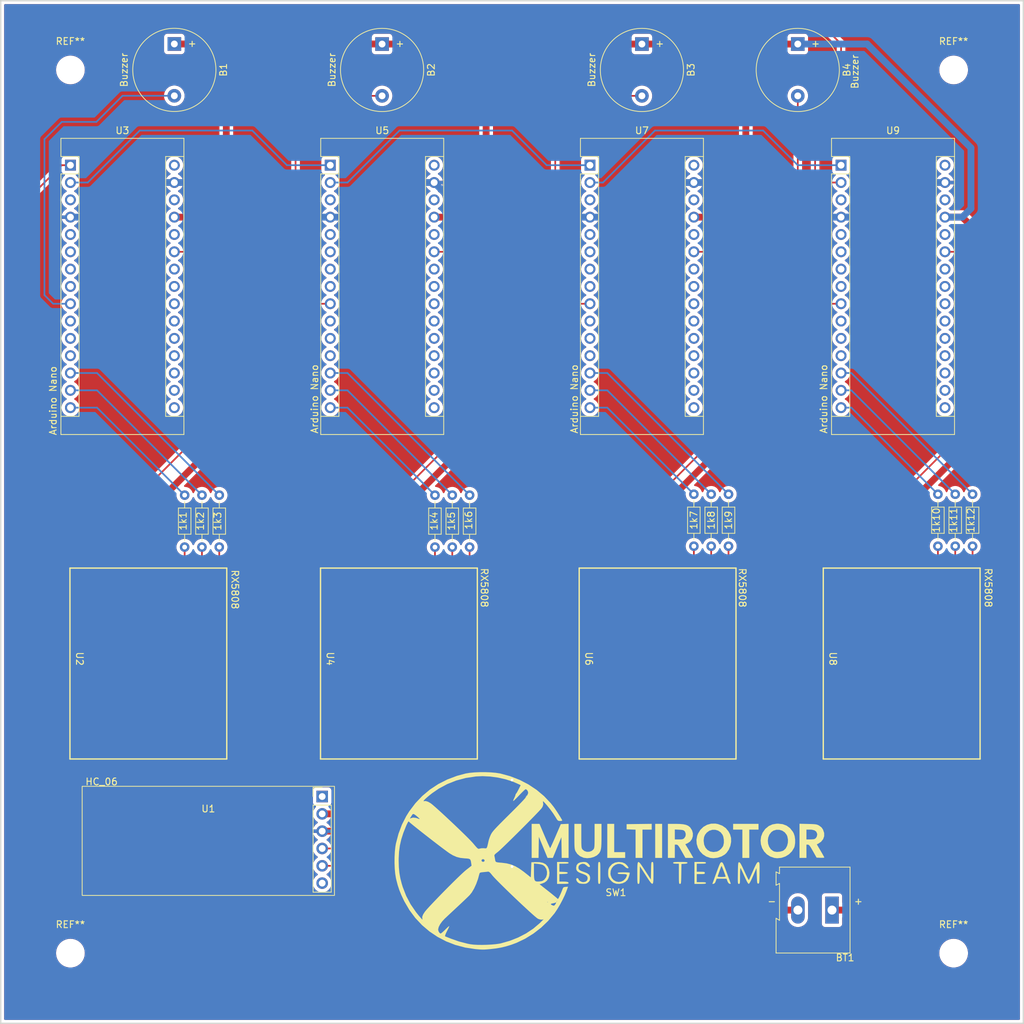
<source format=kicad_pcb>
(kicad_pcb (version 20211014) (generator pcbnew)
  (title_block (title "PIDFlight Remix") (rev "1.0") (company "Multirotor") (comment 1 "Buneta"))
  (layers (0 "F.Cu" signal) (31 "B.Cu" signal) (34 "B.Paste" user) (35 "F.Paste" user) (36 "B.SilkS" user "B.Silkscreen") (37 "F.SilkS" user "F.Silkscreen") (38 "B.Mask" user) (39 "F.Mask" user) (44 "Edge.Cuts" user))
  (net 0 "")
  (net 1 "Net-(1k1-Pad1)")
  (net 2 "Net-(1k1-Pad2)")
  (net 3 "Net-(1k2-Pad1)")
  (net 4 "Net-(1k2-Pad2)")
  (net 5 "Net-(1k3-Pad1)")
  (net 6 "Net-(1k3-Pad2)")
  (net 7 "Net-(1k4-Pad1)")
  (net 8 "Net-(1k4-Pad2)")
  (net 9 "Net-(1k5-Pad1)")
  (net 10 "Net-(1k5-Pad2)")
  (net 11 "Net-(1k6-Pad1)")
  (net 12 "Net-(1k6-Pad2)")
  (net 13 "Net-(1k7-Pad1)")
  (net 14 "Net-(1k7-Pad2)")
  (net 15 "Net-(1k8-Pad1)")
  (net 16 "Net-(1k8-Pad2)")
  (net 17 "Net-(1k9-Pad1)")
  (net 18 "Net-(1k9-Pad2)")
  (net 19 "Net-(1k10-Pad1)")
  (net 20 "Net-(1k10-Pad2)")
  (net 21 "Net-(1k11-Pad1)")
  (net 22 "Net-(1k11-Pad2)")
  (net 23 "Net-(1k12-Pad1)")
  (net 24 "Net-(1k12-Pad2)")
  (net 25 "+5V")
  (net 26 "Net-(B1-Pad2)")
  (net 27 "Net-(B2-Pad2)")
  (net 28 "Net-(B3-Pad2)")
  (net 29 "Net-(B4-Pad2)")
  (net 30 "Net-(U3-Pad2)")
  (net 52 "GND")
  (net 54 "Net-(U5-Pad2)")
  (net 76 "Net-(U7-Pad2)")
  (net 78 "Net-(U2-Pad4)")
  (net 123 "Net-(U4-Pad4)")
  (net 128 "Net-(U6-Pad4)")
  (net 133 "Net-(U8-Pad4)")
  (net 139 "Net-(U1-Pad4)")
  (net 140 "Net-(U1-Pad5)")
  (net 142 "Net-(BT1-Pad2)")
  (footprint "TerminalBlock:TerminalBlock_Altech_AK300-2_P5.00mm" (layer "F.Cu") (at 141.164 153.4485 180)
    (fp_text reference "BT1")
    (fp_text value "Battery")
  )
  (footprint "MountingHole:MountingHole_3.2mm_M3" (layer "F.Cu") (at 159.004 159.766)
    (fp_text reference "REF**")
    (fp_text value "MountingHole_3.2mm_M3")
  )
  (footprint "Module:Arduino_Nano" (layer "F.Cu") (at 142.494 44.196)
    (fp_text reference "U9")
    (fp_text value "Arduino_Nano_v3.x")
  )
  (footprint "Resistor_THT:R_Axial_DIN0204_L3.6mm_D1.6mm_P7.62mm_Horizontal" (layer "F.Cu") (at 48.758496 92.588363 -90)
    (fp_text reference "1k2")
    (fp_text value "R2")
  )
  (footprint "Module:Arduino_Nano" (layer "F.Cu") (at 67.574 44.196)
    (fp_text reference "U5")
    (fp_text value "Arduino_Nano_v3.x")
  )
  (footprint "ArduinoNanoV3 - Copy:SMD Solder Pads" (layer "F.Cu") (at 109.474 153.416)
    (fp_text reference "SW1")
    (fp_text value "SW_SPST")
  )
  (footprint "Resistor_THT:R_Axial_DIN0204_L3.6mm_D1.6mm_P7.62mm_Horizontal" (layer "F.Cu") (at 82.930141 92.590994 -90)
    (fp_text reference "1k4")
    (fp_text value "R4")
  )
  (footprint "RX5808 Footprint:RX5808" (layer "F.Cu") (at 110.584 116.586 -90)
    (fp_text reference "U6")
    (fp_text value "RX5808")
  )
  (footprint "Buzzer_Beeper:Buzzer_12x9.5RM7.6" (layer "F.Cu") (at 136.144 26.426 -90)
    (fp_text reference "B4")
    (fp_text value "Buzzer")
  )
  (footprint "Buzzer_Beeper:Buzzer_12x9.5RM7.6" (layer "F.Cu") (at 113.284 26.426 -90)
    (fp_text reference "B3")
    (fp_text value "Buzzer")
  )
  (footprint "Resistor_THT:R_Axial_DIN0204_L3.6mm_D1.6mm_P7.62mm_Horizontal" (layer "F.Cu") (at 161.77863 92.456 -90)
    (fp_text reference "1k12")
    (fp_text value "R12")
  )
  (footprint "Resistor_THT:R_Axial_DIN0204_L3.6mm_D1.6mm_P7.62mm_Horizontal" (layer "F.Cu") (at 159.23863 92.456 -90)
    (fp_text reference "1k11")
    (fp_text value "R11")
  )
  (footprint "MountingHole:MountingHole_3.2mm_M3" (layer "F.Cu") (at 29.464 30.226)
    (fp_text reference "REF**")
    (fp_text value "MountingHole_3.2mm_M3")
  )
  (footprint "Resistor_THT:R_Axial_DIN0204_L3.6mm_D1.6mm_P7.62mm_Horizontal" (layer "F.Cu") (at 123.444 92.456 -90)
    (fp_text reference "1k8")
    (fp_text value "R8")
  )
  (footprint "Module:Arduino_Nano" (layer "F.Cu") (at 105.664 44.196)
    (fp_text reference "U7")
    (fp_text value "Arduino_Nano_v3.x")
  )
  (footprint "Resistor_THT:R_Axial_DIN0204_L3.6mm_D1.6mm_P7.62mm_Horizontal" (layer "F.Cu") (at 46.218496 92.588363 -90)
    (fp_text reference "1k1")
    (fp_text value "R1")
  )
  (footprint "MountingHole:MountingHole_3.2mm_M3" (layer "F.Cu") (at 29.464 159.766)
    (fp_text reference "REF**")
    (fp_text value "MountingHole_3.2mm_M3")
  )
  (footprint "RX5808 Footprint:RX5808" (layer "F.Cu") (at 35.894 116.586 -90)
    (fp_text reference "U2")
    (fp_text value "RX5808")
  )
  (footprint "Resistor_THT:R_Axial_DIN0204_L3.6mm_D1.6mm_P7.62mm_Horizontal" (layer "F.Cu") (at 120.904 92.456 -90)
    (fp_text reference "1k7")
    (fp_text value "R7")
  )
  (footprint "HC_06:HC_06 Bluetooth Module" (layer "F.Cu") (at 68.189 151.2935)
    (fp_text reference "U1")
    (fp_text value "HC_06")
  )
  (footprint "Module:Arduino_Nano" (layer "F.Cu") (at 29.464 44.196)
    (fp_text reference "U3")
    (fp_text value "Arduino_Nano_v3.x")
  )
  (footprint "Resistor_THT:R_Axial_DIN0204_L3.6mm_D1.6mm_P7.62mm_Horizontal" (layer "F.Cu") (at 156.69863 92.456 -90)
    (fp_text reference "1k10")
    (fp_text value "R10")
  )
  (footprint "Resistor_THT:R_Axial_DIN0204_L3.6mm_D1.6mm_P7.62mm_Horizontal" (layer "F.Cu") (at 51.298496 92.588363 -90)
    (fp_text reference "1k3")
    (fp_text value "R3")
  )
  (footprint "RX5808 Footprint:RX5808" (layer "F.Cu") (at 146.384 116.586 -90)
    (fp_text reference "U8")
    (fp_text value "RX5808")
  )
  (footprint "Buzzer_Beeper:Buzzer_12x9.5RM7.6" (layer "F.Cu") (at 44.704 26.416 -90)
    (fp_text reference "B1")
    (fp_text value "Buzzer")
  )
  (footprint "Resistor_THT:R_Axial_DIN0204_L3.6mm_D1.6mm_P7.62mm_Horizontal" (layer "F.Cu") (at 88.010141 92.590994 -90)
    (fp_text reference "1k6")
    (fp_text value "R6")
  )
  (footprint "Resistor_THT:R_Axial_DIN0204_L3.6mm_D1.6mm_P7.62mm_Horizontal" (layer "F.Cu") (at 125.984 92.456 -90)
    (fp_text reference "1k9")
    (fp_text value "R9")
  )
  (footprint "MultiRotorLogo:multirotorwordsfootprint" (layer "F.Cu") (at 108.458 146.304)
    (fp_text reference "G" hide)
    (fp_text value "LOGO" hide)
  )
  (footprint "RX5808 Footprint:RX5808" (layer "F.Cu") (at 72.644 116.586 -90)
    (fp_text reference "U4")
    (fp_text value "RX5808")
  )
  (footprint "MountingHole:MountingHole_3.2mm_M3" (layer "F.Cu") (at 159.004 30.226)
    (fp_text reference "REF**")
    (fp_text value "MountingHole_3.2mm_M3")
  )
  (footprint "Resistor_THT:R_Axial_DIN0204_L3.6mm_D1.6mm_P7.62mm_Horizontal" (layer "F.Cu") (at 85.470141 92.590994 -90)
    (fp_text reference "1k5")
    (fp_text value "R5")
  )
  (footprint "Buzzer_Beeper:Buzzer_12x9.5RM7.6" (layer "F.Cu") (at 75.175147 26.426 -90)
    (fp_text reference "B2")
    (fp_text value "Buzzer")
  )
  (gr_rect (start 19.234 20.066) (end 169.234 170.066) (layer "Edge.Cuts") (width 0.2) (fill none))
  (gr_text "RX5808" (at 164.084 106.172 270) (layer "F.SilkS") (effects (font (size 1 1))))
  (gr_text "+" (at 145.034 152.146) (layer "F.SilkS") (effects (font (size 1 1))))
  (gr_text "RX5808" (at 53.594 106.426 270) (layer "F.SilkS") (effects (font (size 1 1))))
  (gr_text "Buzzer" (at 105.918 30.226 90) (layer "F.SilkS") (effects (font (size 1 1))))
  (gr_text "HC_06" (at 34.036 134.62) (layer "F.SilkS") (effects (font (size 1 1))))
  (gr_text "Buzzer" (at 144.526 30.48 90) (layer "F.SilkS") (effects (font (size 1 1))))
  (gr_text "Arduino Nano" (at 103.378 78.486 90) (layer "F.SilkS") (effects (font (size 1 1))))
  (gr_text "-" (at 132.334 152.146) (layer "F.SilkS") (effects (font (size 1 1))))
  (gr_text "Arduino Nano" (at 65.278 78.486 90) (layer "F.SilkS") (effects (font (size 1 1))))
  (gr_text "RX5808" (at 90.17 106.172 270) (layer "F.SilkS") (effects (font (size 1 1))))
  (gr_text "Arduino Nano" (at 139.954 78.486 90) (layer "F.SilkS") (effects (font (size 1 1))))
  (gr_text "Buzzer" (at 37.338 30.226 90) (layer "F.SilkS") (effects (font (size 1 1))))
  (gr_text "Buzzer" (at 67.818 30.226 90) (layer "F.SilkS") (effects (font (size 1 1))))
  (gr_text "Arduino Nano" (at 26.924 78.74 90) (layer "F.SilkS") (effects (font (size 1 1))))
  (gr_text "RX5808" (at 128.016 106.172 270) (layer "F.SilkS") (effects (font (size 1 1))))
  (segment (start 33.364152 79.756) (end 46.199146 92.590994) (width 0.25) (layer "B.Cu") (net 1))
  (segment (start 29.464 79.756) (end 33.364152 79.756) (width 0.25) (layer "B.Cu") (net 1))
  (segment (start 46.214 100.208363) (end 46.214 103.886) (width 0.25) (layer "F.Cu") (net 2))
  (segment (start 29.464 77.216) (end 33.364152 77.216) (width 0.25) (layer "B.Cu") (net 3))
  (segment (start 33.364152 77.216) (end 48.739146 92.590994) (width 0.25) (layer "B.Cu") (net 3))
  (segment (start 48.754 100.208363) (end 48.754 103.886) (width 0.25) (layer "F.Cu") (net 4))
  (segment (start 29.464 74.676) (end 33.364152 74.676) (width 0.25) (layer "B.Cu") (net 5))
  (segment (start 33.364152 74.676) (end 51.279146 92.590994) (width 0.25) (layer "B.Cu") (net 5))
  (segment (start 51.294 100.208363) (end 51.294 103.886) (width 0.25) (layer "F.Cu") (net 6))
  (segment (start 67.574 79.756) (end 70.095147 79.756) (width 0.25) (layer "B.Cu") (net 7))
  (segment (start 70.095147 79.756) (end 82.930141 92.590994) (width 0.25) (layer "B.Cu") (net 7))
  (segment (start 82.930141 103.852141) (end 82.964 103.886) (width 0.25) (layer "F.Cu") (net 8))
  (segment (start 82.930141 100.210994) (end 82.930141 103.852141) (width 0.25) (layer "F.Cu") (net 8))
  (segment (start 70.095147 77.216) (end 85.470141 92.590994) (width 0.25) (layer "B.Cu") (net 9))
  (segment (start 67.574 77.216) (end 70.095147 77.216) (width 0.25) (layer "B.Cu") (net 9))
  (segment (start 85.470141 100.210994) (end 85.470141 103.852141) (width 0.25) (layer "F.Cu") (net 10))
  (segment (start 85.470141 103.852141) (end 85.504 103.886) (width 0.25) (layer "F.Cu") (net 10))
  (segment (start 70.095147 74.676) (end 88.010141 92.590994) (width 0.25) (layer "B.Cu") (net 11))
  (segment (start 67.574 74.676) (end 70.095147 74.676) (width 0.25) (layer "B.Cu") (net 11))
  (segment (start 88.010141 103.852141) (end 88.044 103.886) (width 0.25) (layer "F.Cu") (net 12))
  (segment (start 88.010141 100.210994) (end 88.010141 103.852141) (width 0.25) (layer "F.Cu") (net 12))
  (segment (start 108.204 79.756) (end 120.904 92.456) (width 0.25) (layer "B.Cu") (net 13))
  (segment (start 105.664 79.756) (end 108.204 79.756) (width 0.25) (layer "B.Cu") (net 13))
  (segment (start 120.904 100.076) (end 120.904 103.886) (width 0.25) (layer "F.Cu") (net 14))
  (segment (start 108.204 77.216) (end 123.444 92.456) (width 0.25) (layer "B.Cu") (net 15))
  (segment (start 105.664 77.216) (end 108.204 77.216) (width 0.25) (layer "B.Cu") (net 15))
  (segment (start 123.444 100.076) (end 123.444 103.886) (width 0.25) (layer "F.Cu") (net 16))
  (segment (start 108.204 74.676) (end 125.984 92.456) (width 0.25) (layer "B.Cu") (net 17))
  (segment (start 105.664 74.676) (end 108.204 74.676) (width 0.25) (layer "B.Cu") (net 17))
  (segment (start 125.984 100.076) (end 125.984 103.886) (width 0.25) (layer "F.Cu") (net 18))
  (segment (start 143.99863 79.756) (end 156.69863 92.456) (width 0.25) (layer "B.Cu") (net 19))
  (segment (start 142.494 79.756) (end 143.99863 79.756) (width 0.25) (layer "B.Cu") (net 19))
  (segment (start 156.69863 103.88063) (end 156.69863 100.076) (width 0.25) (layer "F.Cu") (net 20))
  (segment (start 156.704 103.886) (end 156.69863 103.88063) (width 0.25) (layer "F.Cu") (net 20))
  (segment (start 143.99863 77.216) (end 159.23863 92.456) (width 0.25) (layer "B.Cu") (net 21))
  (segment (start 142.494 77.216) (end 143.99863 77.216) (width 0.25) (layer "B.Cu") (net 21))
  (segment (start 159.23863 100.076) (end 159.23863 103.88063) (width 0.25) (layer "F.Cu") (net 22))
  (segment (start 159.23863 103.88063) (end 159.244 103.886) (width 0.25) (layer "F.Cu") (net 22))
  (segment (start 142.494 74.676) (end 143.99863 74.676) (width 0.25) (layer "B.Cu") (net 23))
  (segment (start 143.99863 74.676) (end 161.77863 92.456) (width 0.25) (layer "B.Cu") (net 23))
  (segment (start 161.77863 103.88063) (end 161.784 103.886) (width 0.25) (layer "F.Cu") (net 24))
  (segment (start 161.77863 100.076) (end 161.77863 103.88063) (width 0.25) (layer "F.Cu") (net 24))
  (segment (start 166.624 79.756) (end 166.624 84.582) (width 1) (layer "F.Cu") (net 25))
  (segment (start 52.324 27.432) (end 51.308 26.416) (width 1) (layer "F.Cu") (net 25))
  (segment (start 130.038 26.426) (end 136.144 26.426) (width 1) (layer "F.Cu") (net 25))
  (segment (start 155.194 153.416) (end 165.354 153.416) (width 1) (layer "F.Cu") (net 25))
  (segment (start 77.884 94.836) (end 90.434 82.286) (width 1) (layer "F.Cu") (net 25))
  (segment (start 155.1615 153.4485) (end 155.194 153.416) (width 1) (layer "F.Cu") (net 25))
  (segment (start 166.624 152.146) (end 166.624 150.876) (width 1) (layer "F.Cu") (net 25))
  (segment (start 52.324 27.432) (end 53.34 26.416) (width 1) (layer "F.Cu") (net 25))
  (segment (start 129.784 26.426) (end 130.038 26.426) (width 1) (layer "F.Cu") (net 25))
  (segment (start 75.175147 26.426) (end 89.164 26.426) (width 1) (layer "F.Cu") (net 25))
  (segment (start 82.814 51.816) (end 89.408 51.816) (width 1) (layer "F.Cu") (net 25))
  (segment (start 128.524 82.056) (end 128.524 79.756) (width 1) (layer "F.Cu") (net 25))
  (segment (start 52.324 27.686) (end 52.324 26.416) (width 1) (layer "F.Cu") (net 25))
  (segment (start 127.508 51.816) (end 128.524 51.816) (width 1) (layer "F.Cu") (net 25))
  (segment (start 52.324 50.546) (end 52.324 27.686) (width 1) (layer "F.Cu") (net 25))
  (segment (start 166.624 150.114) (end 165.862 149.352) (width 1) (layer "F.Cu") (net 25))
  (segment (start 89.408 51.816) (end 90.424 51.816) (width 1) (layer "F.Cu") (net 25))
  (segment (start 151.624 94.756) (end 160.274 86.106) (width 1) (layer "F.Cu") (net 25))
  (segment (start 166.624 84.836) (end 166.624 84.582) (width 1) (layer "F.Cu") (net 25))
  (segment (start 90.434 52.842) (end 90.434 51.806) (width 1) (layer "F.Cu") (net 25))
  (segment (start 52.324 83.566) (end 52.324 53.086) (width 1) (layer "F.Cu") (net 25))
  (segment (start 166.624 150.876) (end 166.624 150.114) (width 1) (layer "F.Cu") (net 25))
  (segment (start 151.624 103.886) (end 151.624 94.756) (width 1) (layer "F.Cu") (net 25))
  (segment (start 115.824 103.886) (end 115.824 94.756) (width 1) (layer "F.Cu") (net 25))
  (segment (start 165.354 149.606) (end 166.624 148.336) (width 1) (layer "F.Cu") (net 25))
  (segment (start 127.508 51.816) (end 128.524 52.832) (width 1) (layer "F.Cu") (net 25))
  (segment (start 90.434 27.442) (end 90.434 26.426) (width 1) (layer "F.Cu") (net 25))
  (segment (start 166.37 87.122) (end 166.624 87.122) (width 1) (layer "F.Cu") (net 25))
  (segment (start 90.434 50.536) (end 90.434 27.442) (width 1) (layer "F.Cu") (net 25))
  (segment (start 89.164 26.426) (end 90.434 26.426) (width 1) (layer "F.Cu") (net 25))
  (segment (start 165.354 86.106) (end 166.624 84.836) (width 1) (layer "F.Cu") (net 25))
  (segment (start 52.324 27.686) (end 52.324 27.432) (width 1) (layer "F.Cu") (net 25))
  (segment (start 51.308 51.816) (end 52.324 52.832) (width 1) (layer "F.Cu") (net 25))
  (segment (start 77.884 103.886) (end 77.884 94.836) (width 1) (layer "F.Cu") (net 25))
  (segment (start 51.308 51.816) (end 52.324 51.816) (width 1) (layer "F.Cu") (net 25))
  (segment (start 160.274 51.816) (end 166.624 58.166) (width 1) (layer "F.Cu") (net 25))
  (segment (start 141.164 153.4485) (end 155.1615 153.4485) (width 1) (layer "F.Cu") (net 25))
  (segment (start 90.434 26.426) (end 91.684 26.426) (width 1) (layer "F.Cu") (net 25))
  (segment (start 165.354 149.606) (end 155.0815 139.3335) (width 1) (layer "F.Cu") (net 25))
  (segment (start 127.508 51.816) (end 128.524 50.8) (width 1) (layer "F.Cu") (net 25))
  (segment (start 155.0815 139.3335) (end 153.8115 139.3335) (width 1) (layer "F.Cu") (net 25))
  (segment (start 128.524 53.086) (end 128.524 51.816) (width 1) (layer "F.Cu") (net 25))
  (segment (start 166.624 150.876) (end 165.354 149.606) (width 1) (layer "F.Cu") (net 25))
  (segment (start 166.624 150.876) (end 166.624 149.352) (width 1) (layer "F.Cu") (net 25))
  (segment (start 89.408 51.816) (end 89.408 51.562) (width 1) (layer "F.Cu") (net 25))
  (segment (start 166.624 149.352) (end 166.116 148.844) (width 1) (layer "F.Cu") (net 25))
  (segment (start 113.284 26.426) (end 127.01 26.426) (width 1) (layer "F.Cu") (net 25))
  (segment (start 90.434 27.442) (end 90.18 27.442) (width 1) (layer "F.Cu") (net 25))
  (segment (start 91.684 26.426) (end 113.284 26.426) (width 1) (layer "F.Cu") (net 25))
  (segment (start 89.408 51.816) (end 90.434 52.842) (width 1) (layer "F.Cu") (net 25))
  (segment (start 91.45 26.426) (end 91.684 26.426) (width 1) (layer "F.Cu") (net 25))
  (segment (start 165.354 86.106) (end 166.624 86.106) (width 1) (layer "F.Cu") (net 25))
  (segment (start 128.524 50.292) (end 128.524 27.686) (width 1) (layer "F.Cu") (net 25))
  (segment (start 127.264 26.426) (end 127.01 26.426) (width 1) (layer "F.Cu") (net 25))
  (segment (start 115.824 94.756) (end 128.524 82.056) (width 1) (layer "F.Cu") (net 25))
  (segment (start 120.904 51.816) (end 127.508 51.816) (width 1) (layer "F.Cu") (net 25))
  (segment (start 160.274 86.106) (end 165.354 86.106) (width 1) (layer "F.Cu") (net 25))
  (segment (start 90.424 51.816) (end 90.434 51.806) (width 0.25) (layer "F.Cu") (net 25))
  (segment (start 128.524 27.686) (end 129.784 26.426) (width 1) (layer "F.Cu") (net 25))
  (segment (start 90.434 51.806) (end 90.434 50.536) (width 1) (layer "F.Cu") (net 25))
  (segment (start 128.524 51.816) (end 128.524 50.292) (width 1) (layer "F.Cu") (net 25))
  (segment (start 44.704 51.816) (end 51.308 51.816) (width 1) (layer "F.Cu") (net 25))
  (segment (start 166.624 84.582) (end 166.624 86.106) (width 1) (layer "F.Cu") (net 25))
  (segment (start 75.175147 26.426) (end 75.165147 26.416) (width 0.25) (layer "F.Cu") (net 25))
  (segment (start 90.434 27.442) (end 91.45 26.426) (width 1) (layer "F.Cu") (net 25))
  (segment (start 128.524 27.686) (end 127.264 26.426) (width 1) (layer "F.Cu") (net 25))
  (segment (start 128.524 27.686) (end 128.524 26.416) (width 1) (layer "F.Cu") (net 25))
  (segment (start 166.624 58.166) (end 166.624 79.756) (width 1) (layer "F.Cu") (net 25))
  (segment (start 53.34 26.416) (end 53.594 26.416) (width 1) (layer "F.Cu") (net 25))
  (segment (start 128.524 79.756) (end 128.524 53.086) (width 1) (layer "F.Cu") (net 25))
  (segment (start 52.324 52.832) (end 52.324 53.086) (width 1) (layer "F.Cu") (net 25))
  (segment (start 90.434 82.286) (end 90.434 52.842) (width 1) (layer "F.Cu") (net 25))
  (segment (start 66.389 139.3335) (end 153.8115 139.3335) (width 1) (layer "F.Cu") (net 25))
  (segment (start 41.134 103.886) (end 41.134 94.756) (width 1) (layer "F.Cu") (net 25))
  (segment (start 128.524 50.8) (end 128.524 50.292) (width 1) (layer "F.Cu") (net 25))
  (segment (start 166.624 87.122) (end 166.624 86.106) (width 1) (layer "F.Cu") (net 25))
  (segment (start 51.308 51.816) (end 52.324 50.8) (width 1) (layer "F.Cu") (net 25))
  (segment (start 127.01 26.426) (end 130.038 26.426) (width 1) (layer "F.Cu") (net 25))
  (segment (start 75.165147 26.416) (end 53.594 26.416) (width 1) (layer "F.Cu") (net 25))
  (segment (start 52.324 53.086) (end 52.324 51.816) (width 1) (layer "F.Cu") (net 25))
  (segment (start 41.134 94.756) (end 52.324 83.566) (width 1) (layer "F.Cu") (net 25))
  (segment (start 52.324 51.816) (end 52.324 50.546) (width 1) (layer "F.Cu") (net 25))
  (segment (start 90.18 27.442) (end 89.164 26.426) (width 1) (layer "F.Cu") (net 25))
  (segment (start 52.324 50.8) (end 52.324 50.546) (width 1) (layer "F.Cu") (net 25))
  (segment (start 166.624 149.352) (end 166.624 148.336) (width 1) (layer "F.Cu") (net 25))
  (segment (start 128.524 52.832) (end 128.524 53.086) (width 1) (layer "F.Cu") (net 25))
  (segment (start 51.308 26.416) (end 44.704 26.416) (width 1) (layer "F.Cu") (net 25))
  (segment (start 89.408 51.562) (end 90.434 50.536) (width 1) (layer "F.Cu") (net 25))
  (segment (start 165.354 153.416) (end 166.624 152.146) (width 1) (layer "F.Cu") (net 25))
  (segment (start 165.354 86.106) (end 166.37 87.122) (width 1) (layer "F.Cu") (net 25))
  (segment (start 53.594 26.416) (end 51.308 26.416) (width 1) (layer "F.Cu") (net 25))
  (segment (start 166.624 148.336) (end 166.624 87.122) (width 1) (layer "F.Cu") (net 25))
  (segment (start 166.116 148.844) (end 164.846 148.844) (width 1) (layer "F.Cu") (net 25))
  (segment (start 160.274 51.816) (end 157.734 51.816) (width 1) (layer "F.Cu") (net 25))
  (segment (start 161.544 50.546) (end 161.544 41.656) (width 1) (layer "B.Cu") (net 25))
  (segment (start 161.544 41.656) (end 146.314 26.426) (width 1) (layer "B.Cu") (net 25))
  (segment (start 146.314 26.426) (end 136.144 26.426) (width 1) (layer "B.Cu") (net 25))
  (segment (start 157.734 51.816) (end 160.274 51.816) (width 1) (layer "B.Cu") (net 25))
  (segment (start 160.274 51.816) (end 161.544 50.546) (width 1) (layer "B.Cu") (net 25))
  (segment (start 28.194 37.846) (end 33.274 37.846) (width 0.25) (layer "B.Cu") (net 26))
  (segment (start 37.104 34.016) (end 44.704 34.016) (width 0.25) (layer "B.Cu") (net 26))
  (segment (start 26.924 64.516) (end 25.654 63.246) (width 0.25) (layer "B.Cu") (net 26))
  (segment (start 25.654 63.246) (end 25.654 40.386) (width 0.25) (layer "B.Cu") (net 26))
  (segment (start 29.464 64.516) (end 26.924 64.516) (width 0.25) (layer "B.Cu") (net 26))
  (segment (start 25.654 40.386) (end 28.194 37.846) (width 0.25) (layer "B.Cu") (net 26))
  (segment (start 33.274 37.846) (end 37.104 34.016) (width 0.25) (layer "B.Cu") (net 26))
  (segment (start 75.175147 34.026) (end 71.384 34.026) (width 0.25) (layer "F.Cu") (net 27))
  (segment (start 65.024 64.516) (end 67.574 64.516) (width 0.25) (layer "F.Cu") (net 27))
  (segment (start 62.484 42.926) (end 62.484 61.976) (width 0.25) (layer "F.Cu") (net 27))
  (segment (start 62.484 61.976) (end 65.024 64.516) (width 0.25) (layer "F.Cu") (net 27))
  (segment (start 71.384 34.026) (end 62.484 42.926) (width 0.25) (layer "F.Cu") (net 27))
  (segment (start 100.574 42.926) (end 100.574 61.976) (width 0.25) (layer "F.Cu") (net 28))
  (segment (start 103.114 64.516) (end 105.664 64.516) (width 0.25) (layer "F.Cu") (net 28))
  (segment (start 113.265147 34.026) (end 109.474 34.026) (width 0.25) (layer "F.Cu") (net 28))
  (segment (start 109.474 34.026) (end 100.574 42.926) (width 0.25) (layer "F.Cu") (net 28))
  (segment (start 100.574 61.976) (end 103.114 64.516) (width 0.25) (layer "F.Cu") (net 28))
  (segment (start 136.144 60.716) (end 136.144 34.026) (width 0.25) (layer "F.Cu") (net 29))
  (segment (start 139.944 64.516) (end 136.144 60.716) (width 0.25) (layer "F.Cu") (net 29))
  (segment (start 142.494 64.516) (end 139.944 64.516) (width 0.25) (layer "F.Cu") (net 29))
  (segment (start 56.134 39.116) (end 39.624 39.116) (width 0.25) (layer "B.Cu") (net 30))
  (segment (start 67.574 44.196) (end 61.214 44.196) (width 0.25) (layer "B.Cu") (net 30))
  (segment (start 32.004 46.736) (end 29.464 46.736) (width 0.25) (layer "B.Cu") (net 30))
  (segment (start 39.624 39.116) (end 32.004 46.736) (width 0.25) (layer "B.Cu") (net 30))
  (segment (start 61.214 44.196) (end 56.134 39.116) (width 0.25) (layer "B.Cu") (net 30))
  (segment (start 125.984 134.366) (end 127.508 134.366) (width 1) (layer "F.Cu") (net 52))
  (segment (start 120.904 133.35) (end 121.92 134.366) (width 1) (layer "F.Cu") (net 52))
  (segment (start 82.964 133.256) (end 82.898 133.256) (width 1) (layer "F.Cu") (net 52))
  (segment (start 87.884 133.35) (end 88.9 134.366) (width 1) (layer "F.Cu") (net 52))
  (segment (start 51.054 133.35) (end 50.292 134.112) (width 1) (layer "F.Cu") (net 52))
  (segment (start 84.074 134.366) (end 84.582 134.366) (width 1) (layer "F.Cu") (net 52))
  (segment (start 120.904 130.686) (end 120.904 133.35) (width 1) (layer "F.Cu") (net 52))
  (segment (start 155.448 134.366) (end 155.194 134.366) (width 1) (layer "F.Cu") (net 52))
  (segment (start 119.634 134.366) (end 120.904 134.366) (width 1) (layer "F.Cu") (net 52))
  (segment (start 82.964 133.256) (end 84.074 134.366) (width 1) (layer "F.Cu") (net 52))
  (segment (start 82.964 130.686) (end 82.964 133.256) (width 1) (layer "F.Cu") (net 52))
  (segment (start 51.054 133.35) (end 51.054 134.366) (width 1) (layer "F.Cu") (net 52))
  (segment (start 51.054 134.366) (end 52.07 134.366) (width 1) (layer "F.Cu") (net 52))
  (segment (start 88.044 130.686) (end 87.884 130.846) (width 0.25) (layer "F.Cu") (net 52))
  (segment (start 157.734 134.366) (end 159.004 134.366) (width 1) (layer "F.Cu") (net 52))
  (segment (start 124.714 134.366) (end 125.984 134.366) (width 1) (layer "F.Cu") (net 52))
  (segment (start 51.294 130.686) (end 51.054 130.926) (width 0.25) (layer "F.Cu") (net 52))
  (segment (start 82.964 133.256) (end 82.964 134.206) (width 1) (layer "F.Cu") (net 52))
  (segment (start 87.884 133.35) (end 87.884 134.366) (width 1) (layer "F.Cu") (net 52))
  (segment (start 87.884 134.366) (end 88.9 134.366) (width 1) (layer "F.Cu") (net 52))
  (segment (start 46.214 133.336) (end 47.244 134.366) (width 1) (layer "F.Cu") (net 52))
  (segment (start 156.704 130.686) (end 156.464 130.926) (width 0.25) (layer "F.Cu") (net 52))
  (segment (start 125.984 130.686) (end 125.984 133.35) (width 1) (layer "F.Cu") (net 52))
  (segment (start 82.898 133.256) (end 81.788 134.366) (width 1) (layer "F.Cu") (net 52))
  (segment (start 94.234 147.066) (end 89.154 141.986) (width 1) (layer "F.Cu") (net 52))
  (segment (start 77.724 134.366) (end 81.788 134.366) (width 1) (layer "F.Cu") (net 52))
  (segment (start 127.508 134.366) (end 155.194 134.366) (width 1) (layer "F.Cu") (net 52))
  (segment (start 51.054 130.926) (end 51.054 133.35) (width 1) (layer "F.Cu") (net 52))
  (segment (start 156.464 133.35) (end 156.464 134.366) (width 1) (layer "F.Cu") (net 52))
  (segment (start 52.07 134.366) (end 77.724 134.366) (width 1) (layer "F.Cu") (net 52))
  (segment (start 155.194 134.366) (end 157.734 134.366) (width 1) (layer "F.Cu") (net 52))
  (segment (start 47.244 134.366) (end 50.292 134.366) (width 1) (layer "F.Cu") (net 52))
  (segment (start 157.48 134.366) (end 157.734 134.366) (width 1) (layer "F.Cu") (net 52))
  (segment (start 94.234 147.066) (end 100.584 153.416) (width 1) (layer "F.Cu") (net 52))
  (segment (start 66.389 141.8735) (end 89.0415 141.8735) (width 1) (layer "F.Cu") (net 52))
  (segment (start 161.784 130.686) (end 161.784 132.856) (width 1) (layer "F.Cu") (net 52))
  (segment (start 125.984 133.35) (end 124.968 134.366) (width 1) (layer "F.Cu") (net 52))
  (segment (start 84.582 134.366) (end 86.868 134.366) (width 1) (layer "F.Cu") (net 52))
  (segment (start 119.888 134.366) (end 119.634 134.366) (width 1) (layer "F.Cu") (net 52))
  (segment (start 82.804 134.366) (end 84.582 134.366) (width 1) (layer "F.Cu") (net 52))
  (segment (start 120.904 133.35) (end 119.888 134.366) (width 1) (layer "F.Cu") (net 52))
  (segment (start 160.274 134.366) (end 159.004 134.366) (width 1) (layer "F.Cu") (net 52))
  (segment (start 127 134.366) (end 127.508 134.366) (width 1) (layer "F.Cu") (net 52))
  (segment (start 124.968 134.366) (end 124.714 134.366) (width 1) (layer "F.Cu") (net 52))
  (segment (start 86.868 134.366) (end 87.884 134.366) (width 1) (layer "F.Cu") (net 52))
  (segment (start 122.174 134.366) (end 124.714 134.366) (width 1) (layer "F.Cu") (net 52))
  (segment (start 156.464 133.35) (end 155.448 134.366) (width 1) (layer "F.Cu") (net 52))
  (segment (start 50.292 134.112) (end 50.292 134.366) (width 1) (layer "F.Cu") (net 52))
  (segment (start 156.464 133.35) (end 157.48 134.366) (width 1) (layer "F.Cu") (net 52))
  (segment (start 88.9 134.366) (end 119.634 134.366) (width 1) (layer "F.Cu") (net 52))
  (segment (start 50.292 134.366) (end 51.054 134.366) (width 1) (layer "F.Cu") (net 52))
  (segment (start 87.884 130.846) (end 87.884 133.35) (width 1) (layer "F.Cu") (net 52))
  (segment (start 82.964 134.206) (end 82.804 134.366) (width 0.25) (layer "F.Cu") (net 52))
  (segment (start 120.904 134.366) (end 122.174 134.366) (width 1) (layer "F.Cu") (net 52))
  (segment (start 46.214 130.686) (end 46.214 133.336) (width 1) (layer "F.Cu") (net 52))
  (segment (start 87.884 133.35) (end 86.868 134.366) (width 1) (layer "F.Cu") (net 52))
  (segment (start 125.984 133.35) (end 127 134.366) (width 1) (layer "F.Cu") (net 52))
  (segment (start 125.984 133.35) (end 125.984 134.366) (width 1) (layer "F.Cu") (net 52))
  (segment (start 104.394 153.416) (end 100.584 153.416) (width 1) (layer "F.Cu") (net 52))
  (segment (start 156.464 130.926) (end 156.464 133.35) (width 1) (layer "F.Cu") (net 52))
  (segment (start 120.904 133.35) (end 120.904 134.366) (width 1) (layer "F.Cu") (net 52))
  (segment (start 81.788 134.366) (end 82.804 134.366) (width 1) (layer "F.Cu") (net 52))
  (segment (start 51.054 133.35) (end 52.07 134.366) (width 1) (layer "F.Cu") (net 52))
  (segment (start 161.784 132.856) (end 160.274 134.366) (width 1) (layer "F.Cu") (net 52))
  (segment (start 121.92 134.366) (end 122.174 134.366) (width 1) (layer "F.Cu") (net 52))
  (via (at 94.234 134.366) (size 0.8) (drill 0.4) (layers "F.Cu" "B.Cu") (net 52))
  (via (at 94.234 147.066) (size 0.8) (drill 0.4) (layers "F.Cu" "B.Cu") (net 52))
  (segment (start 95.504 51.816) (end 96.774 51.816) (width 1) (layer "B.Cu") (net 52))
  (segment (start 109.474 51.816) (end 114.554 46.736) (width 1) (layer "B.Cu") (net 52))
  (segment (start 94.234 53.086) (end 94.234 134.366) (width 1) (layer "B.Cu") (net 52))
  (segment (start 58.674 51.816) (end 67.574 51.816) (width 1) (layer "B.Cu") (net 52))
  (segment (start 76.454 46.736) (end 82.804 46.736) (width 1) (layer "B.Cu") (net 52))
  (segment (start 94.234 134.366) (end 94.234 147.066) (width 1) (layer "B.Cu") (net 52))
  (segment (start 92.964 51.816) (end 94.234 51.816) (width 1) (layer "B.Cu") (net 52))
  (segment (start 114.554 46.736) (end 120.904 46.736) (width 1) (layer "B.Cu") (net 52))
  (segment (start 146.304 51.816) (end 151.384 46.736) (width 1) (layer "B.Cu") (net 52))
  (segment (start 105.664 51.816) (end 109.474 51.816) (width 1) (layer "B.Cu") (net 52))
  (segment (start 87.884 51.806) (end 87.884 51.816) (width 0.25) (layer "B.Cu") (net 52))
  (segment (start 94.234 53.086) (end 95.504 51.816) (width 1) (layer "B.Cu") (net 52))
  (segment (start 67.564 51.816) (end 71.374 51.816) (width 1) (layer "B.Cu") (net 52))
  (segment (start 94.234 51.816) (end 95.504 51.816) (width 1) (layer "B.Cu") (net 52))
  (segment (start 33.274 51.816) (end 38.354 46.736) (width 1) (layer "B.Cu") (net 52))
  (segment (start 129.784 46.736) (end 134.864 51.816) (width 1) (layer "B.Cu") (net 52))
  (segment (start 38.354 46.736) (end 44.704 46.736) (width 1) (layer "B.Cu") (net 52))
  (segment (start 96.764 51.816) (end 105.664 51.816) (width 1) (layer "B.Cu") (net 52))
  (segment (start 71.374 51.816) (end 76.454 46.736) (width 1) (layer "B.Cu") (net 52))
  (segment (start 120.894 46.736) (end 129.784 46.736) (width 1) (layer "B.Cu") (net 52))
  (segment (start 87.884 51.816) (end 92.964 51.816) (width 1) (layer "B.Cu") (net 52))
  (segment (start 134.864 51.816) (end 143.764 51.816) (width 1) (layer "B.Cu") (net 52))
  (segment (start 151.384 46.736) (end 157.734 46.736) (width 1) (layer "B.Cu") (net 52))
  (segment (start 44.704 46.736) (end 53.594 46.736) (width 1) (layer "B.Cu") (net 52))
  (segment (start 142.494 51.816) (end 146.304 51.816) (width 1) (layer "B.Cu") (net 52))
  (segment (start 29.464 51.816) (end 33.274 51.816) (width 1) (layer "B.Cu") (net 52))
  (segment (start 53.594 46.736) (end 58.674 51.816) (width 1) (layer "B.Cu") (net 52))
  (segment (start 82.814 46.736) (end 87.884 51.806) (width 1) (layer "B.Cu") (net 52))
  (segment (start 94.234 51.816) (end 94.234 53.086) (width 1) (layer "B.Cu") (net 52))
  (segment (start 94.234 53.086) (end 92.964 51.816) (width 1) (layer "B.Cu") (net 52))
  (segment (start 99.314 44.196) (end 94.234 39.116) (width 0.25) (layer "B.Cu") (net 54))
  (segment (start 94.234 39.116) (end 77.724 39.116) (width 0.25) (layer "B.Cu") (net 54))
  (segment (start 70.104 46.736) (end 67.564 46.736) (width 0.25) (layer "B.Cu") (net 54))
  (segment (start 105.674 44.196) (end 99.314 44.196) (width 0.25) (layer "B.Cu") (net 54))
  (segment (start 77.724 39.116) (end 70.104 46.736) (width 0.25) (layer "B.Cu") (net 54))
  (segment (start 115.189 39.116) (end 107.569 46.736) (width 0.25) (layer "B.Cu") (net 76))
  (segment (start 107.569 46.736) (end 105.664 46.736) (width 0.25) (layer "B.Cu") (net 76))
  (segment (start 142.504 44.196) (end 136.144 44.196) (width 0.25) (layer "B.Cu") (net 76))
  (segment (start 136.144 44.196) (end 131.064 39.116) (width 0.25) (layer "B.Cu") (net 76))
  (segment (start 131.064 39.116) (end 115.189 39.116) (width 0.25) (layer "B.Cu") (net 76))
  (segment (start 38.594 93.486) (end 49.784 82.296) (width 0.25) (layer "F.Cu") (net 78))
  (segment (start 49.784 59.436) (end 47.244 56.896) (width 0.25) (layer "F.Cu") (net 78))
  (segment (start 38.594 103.886) (end 38.594 93.486) (width 0.25) (layer "F.Cu") (net 78))
  (segment (start 47.244 56.896) (end 44.704 56.896) (width 0.25) (layer "F.Cu") (net 78))
  (segment (start 49.784 82.296) (end 49.784 59.436) (width 0.25) (layer "F.Cu") (net 78))
  (segment (start 75.344 103.886) (end 75.344 94.836) (width 0.25) (layer "F.Cu") (net 123))
  (segment (start 87.884 59.436) (end 85.344 56.896) (width 0.25) (layer "F.Cu") (net 123))
  (segment (start 75.344 94.836) (end 87.884 82.296) (width 0.25) (layer "F.Cu") (net 123))
  (segment (start 87.884 82.296) (end 87.884 59.436) (width 0.25) (layer "F.Cu") (net 123))
  (segment (start 85.344 56.896) (end 82.814 56.896) (width 0.25) (layer "F.Cu") (net 123))
  (segment (start 113.284 103.886) (end 113.284 94.996) (width 0.25) (layer "F.Cu") (net 128))
  (segment (start 125.984 59.436) (end 123.444 56.896) (width 0.25) (layer "F.Cu") (net 128))
  (segment (start 125.984 82.296) (end 125.984 59.436) (width 0.25) (layer "F.Cu") (net 128))
  (segment (start 113.284 94.996) (end 125.984 82.296) (width 0.25) (layer "F.Cu") (net 128))
  (segment (start 123.444 56.896) (end 120.904 56.896) (width 0.25) (layer "F.Cu") (net 128))
  (segment (start 160.274 56.896) (end 157.734 56.896) (width 0.25) (layer "F.Cu") (net 133))
  (segment (start 149.084 94.756) (end 161.544 82.296) (width 0.25) (layer "F.Cu") (net 133))
  (segment (start 149.084 103.886) (end 149.084 94.756) (width 0.25) (layer "F.Cu") (net 133))
  (segment (start 161.544 82.296) (end 161.544 58.166) (width 0.25) (layer "F.Cu") (net 133))
  (segment (start 161.544 58.166) (end 160.274 56.896) (width 0.25) (layer "F.Cu") (net 133))
  (segment (start 139.954 23.876) (end 25.654 23.876) (width 0.25) (layer "F.Cu") (net 139))
  (segment (start 142.494 37.846) (end 142.494 28.956) (width 0.25) (layer "F.Cu") (net 139))
  (segment (start 71.374 153.416) (end 73.914 150.876) (width 0.25) (layer "F.Cu") (net 139))
  (segment (start 25.654 23.876) (end 21.844 27.686) (width 0.25) (layer "F.Cu") (net 139))
  (segment (start 73.914 147.066) (end 71.2615 144.4135) (width 0.25) (layer "F.Cu") (net 139))
  (segment (start 71.2615 144.4135) (end 66.389 144.4135) (width 0.25) (layer "F.Cu") (net 139))
  (segment (start 142.494 30.226) (end 142.494 26.416) (width 0.25) (layer "F.Cu") (net 139))
  (segment (start 29.464 153.416) (end 71.374 153.416) (width 0.25) (layer "F.Cu") (net 139))
  (segment (start 21.844 27.686) (end 21.844 145.796) (width 0.25) (layer "F.Cu") (net 139))
  (segment (start 142.494 26.416) (end 139.954 23.876) (width 0.25) (layer "F.Cu") (net 139))
  (segment (start 138.684 41.656) (end 142.494 37.846) (width 0.25) (layer "F.Cu") (net 139))
  (segment (start 139.954 46.736) (end 138.684 45.466) (width 0.25) (layer "F.Cu") (net 139))
  (segment (start 21.844 145.796) (end 29.464 153.416) (width 0.25) (layer "F.Cu") (net 139))
  (segment (start 142.494 46.736) (end 139.954 46.736) (width 0.25) (layer "F.Cu") (net 139))
  (segment (start 73.914 150.876) (end 73.914 147.066) (width 0.25) (layer "F.Cu") (net 139))
  (segment (start 138.684 45.466) (end 138.684 41.656) (width 0.25) (layer "F.Cu") (net 139))
  (segment (start 23.114 145.161) (end 30.099 152.146) (width 0.25) (layer "F.Cu") (net 140))
  (segment (start 29.464 44.196) (end 28.194 44.196) (width 0.25) (layer "F.Cu") (net 140))
  (segment (start 72.644 150.876) (end 72.644 148.336) (width 0.25) (layer "F.Cu") (net 140))
  (segment (start 28.194 44.196) (end 23.114 49.276) (width 0.25) (layer "F.Cu") (net 140))
  (segment (start 30.099 152.146) (end 71.374 152.146) (width 0.25) (layer "F.Cu") (net 140))
  (segment (start 71.374 152.146) (end 72.644 150.876) (width 0.25) (layer "F.Cu") (net 140))
  (segment (start 72.644 148.336) (end 71.2615 146.9535) (width 0.25) (layer "F.Cu") (net 140))
  (segment (start 23.114 49.276) (end 23.114 145.161) (width 0.25) (layer "F.Cu") (net 140))
  (segment (start 71.2615 146.9535) (end 66.389 146.9535) (width 0.25) (layer "F.Cu") (net 140))
  (segment (start 114.554 153.416) (end 114.5865 153.4485) (width 0.25) (layer "F.Cu") (net 142))
  (segment (start 114.5865 153.4485) (end 136.164 153.4485) (width 1) (layer "F.Cu") (net 142))
  (zone (net 52) (net_name "GND") (layers F&B.Cu) (connect_pads (clearance 0.508)) (min_thickness 0.254) (fill yes (thermal_gap 0.508) (thermal_bridge_width 0.508))
    (polygon (pts (xy 168.91 169.672) (xy 19.558 169.672) (xy 19.558 20.32) (xy 168.91 20.32)))
  )
)
</source>
